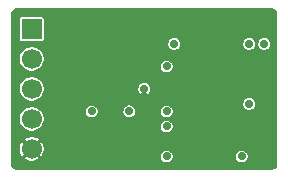
<source format=gbr>
<<<<<<< HEAD
G04 #@! TF.GenerationSoftware,KiCad,Pcbnew,9.0.2+dfsg-1*
G04 #@! TF.CreationDate,2025-05-28T16:18:43+08:00*
=======
G04 #@! TF.GenerationSoftware,KiCad,Pcbnew,9.0.1+dfsg-1*
G04 #@! TF.CreationDate,2025-05-27T21:30:08+08:00*
>>>>>>> 4efbb67b7dd982ccbd9a6c6e1e0fed627c39d980
G04 #@! TF.ProjectId,i2c_led,6932635f-6c65-4642-9e6b-696361645f70,a*
G04 #@! TF.SameCoordinates,Original*
G04 #@! TF.FileFunction,Copper,L3,Inr*
G04 #@! TF.FilePolarity,Positive*
%FSLAX46Y46*%
G04 Gerber Fmt 4.6, Leading zero omitted, Abs format (unit mm)*
<<<<<<< HEAD
G04 Created by KiCad (PCBNEW 9.0.2+dfsg-1) date 2025-05-28 16:18:43*
=======
G04 Created by KiCad (PCBNEW 9.0.1+dfsg-1) date 2025-05-27 21:30:08*
>>>>>>> 4efbb67b7dd982ccbd9a6c6e1e0fed627c39d980
%MOMM*%
%LPD*%
G01*
G04 APERTURE LIST*
G04 #@! TA.AperFunction,ComponentPad*
%ADD10R,1.700000X1.700000*%
G04 #@! TD*
G04 #@! TA.AperFunction,ComponentPad*
%ADD11C,1.700000*%
G04 #@! TD*
G04 #@! TA.AperFunction,ViaPad*
%ADD12C,0.700000*%
G04 #@! TD*
G04 APERTURE END LIST*
D10*
G04 #@! TO.N,VCC*
G04 #@! TO.C,J1*
X135890000Y-91440000D03*
D11*
G04 #@! TO.N,/SCL*
X135890000Y-93980000D03*
G04 #@! TO.N,/SDA*
X135890000Y-96520000D03*
G04 #@! TO.N,/RSTN*
X135890000Y-99060000D03*
G04 #@! TO.N,GND*
X135890000Y-101600000D03*
G04 #@! TD*
D12*
G04 #@! TO.N,GND*
X151130000Y-101600000D03*
X149225000Y-96520000D03*
<<<<<<< HEAD
X145415000Y-97155000D03*
X153670000Y-93980000D03*
X154305000Y-97790000D03*
X146050000Y-90805000D03*
=======
X145415000Y-97790000D03*
X151765000Y-90805000D03*
X139065000Y-102870000D03*
X153035000Y-95885000D03*
X155575000Y-98425000D03*
X146050000Y-100965000D03*
X146050000Y-90805000D03*
X139065000Y-98425000D03*
X139700000Y-93345000D03*
>>>>>>> 4efbb67b7dd982ccbd9a6c6e1e0fed627c39d980
X146050000Y-92075000D03*
X152400000Y-100330000D03*
X154305000Y-99695000D03*
X145415000Y-94615000D03*
G04 #@! TO.N,VCC*
X145415000Y-96520000D03*
X140970000Y-98425000D03*
X154305000Y-92710000D03*
X147955000Y-92710000D03*
X154305000Y-97790000D03*
X153670000Y-102235000D03*
X144145000Y-98425000D03*
X147320000Y-102235000D03*
G04 #@! TO.N,Net-(D3-BK)*
X147320000Y-99695000D03*
X155575000Y-92710000D03*
G04 #@! TO.N,AD0*
X147320000Y-94615000D03*
G04 #@! TO.N,AD1*
X147320000Y-98425000D03*
G04 #@! TD*
G04 #@! TA.AperFunction,Conductor*
G04 #@! TO.N,GND*
G36*
X156214884Y-89688543D02*
G01*
X156324964Y-89703035D01*
X156343920Y-89708114D01*
X156441907Y-89748702D01*
X156458902Y-89758514D01*
X156500973Y-89790796D01*
X156543041Y-89823077D01*
X156556922Y-89836958D01*
X156621483Y-89921094D01*
X156631299Y-89938095D01*
X156671884Y-90036076D01*
X156676965Y-90055038D01*
X156691457Y-90165114D01*
X156692100Y-90174930D01*
X156692100Y-102865069D01*
X156691457Y-102874884D01*
X156691457Y-102874885D01*
X156676965Y-102984961D01*
X156671884Y-103003923D01*
X156631299Y-103101904D01*
X156621483Y-103118905D01*
X156556922Y-103203041D01*
X156543041Y-103216922D01*
X156458905Y-103281483D01*
X156441904Y-103291299D01*
X156343923Y-103331884D01*
X156324961Y-103336965D01*
X156246437Y-103347302D01*
X156214883Y-103351457D01*
X156205069Y-103352100D01*
X134624931Y-103352100D01*
X134615116Y-103351457D01*
X134568046Y-103345260D01*
X134505038Y-103336965D01*
X134486076Y-103331884D01*
X134388095Y-103291299D01*
X134371094Y-103281483D01*
X134286958Y-103216922D01*
X134273077Y-103203041D01*
X134208516Y-103118905D01*
X134198702Y-103101907D01*
X134158114Y-103003920D01*
X134153035Y-102984964D01*
X134138543Y-102874884D01*
X134137900Y-102865069D01*
X134137900Y-101501270D01*
X134887600Y-101501270D01*
X134887600Y-101698729D01*
X134926121Y-101892385D01*
X134926122Y-101892388D01*
X135001684Y-102074812D01*
X135080982Y-102193491D01*
X135445086Y-101829386D01*
X135489901Y-101907007D01*
X135582993Y-102000099D01*
X135660611Y-102044912D01*
X135296507Y-102409016D01*
X135415187Y-102488315D01*
X135597611Y-102563877D01*
X135597614Y-102563878D01*
X135791270Y-102602400D01*
X135988730Y-102602400D01*
X136182385Y-102563878D01*
X136182388Y-102563877D01*
X136364816Y-102488313D01*
X136483490Y-102409017D01*
X136483491Y-102409016D01*
X136119387Y-102044912D01*
X136197007Y-102000099D01*
X136290099Y-101907007D01*
X136334912Y-101829387D01*
X136699016Y-102193491D01*
X136699017Y-102193490D01*
X136715520Y-102168792D01*
X146817100Y-102168792D01*
X146817100Y-102301208D01*
X146837662Y-102377950D01*
X146851371Y-102429114D01*
X146917578Y-102543786D01*
X146917582Y-102543792D01*
X147011207Y-102637417D01*
X147011210Y-102637419D01*
X147011212Y-102637421D01*
X147061775Y-102666613D01*
X147125885Y-102703628D01*
X147125887Y-102703628D01*
X147125888Y-102703629D01*
X147253792Y-102737900D01*
X147253794Y-102737900D01*
X147386206Y-102737900D01*
X147386208Y-102737900D01*
X147514112Y-102703629D01*
X147628788Y-102637421D01*
X147722421Y-102543788D01*
X147788629Y-102429112D01*
X147822900Y-102301208D01*
X147822900Y-102168792D01*
X153167100Y-102168792D01*
X153167100Y-102301208D01*
X153187662Y-102377950D01*
X153201371Y-102429114D01*
X153267578Y-102543786D01*
X153267582Y-102543792D01*
X153361207Y-102637417D01*
X153361210Y-102637419D01*
X153361212Y-102637421D01*
X153411775Y-102666613D01*
X153475885Y-102703628D01*
X153475887Y-102703628D01*
X153475888Y-102703629D01*
X153603792Y-102737900D01*
X153603794Y-102737900D01*
X153736206Y-102737900D01*
X153736208Y-102737900D01*
X153864112Y-102703629D01*
X153978788Y-102637421D01*
X154072421Y-102543788D01*
X154138629Y-102429112D01*
X154172900Y-102301208D01*
X154172900Y-102168792D01*
X154138629Y-102040888D01*
X154138628Y-102040887D01*
X154138628Y-102040885D01*
X154101613Y-101976775D01*
X154072421Y-101926212D01*
X154072419Y-101926210D01*
X154072417Y-101926207D01*
X153978792Y-101832582D01*
X153978786Y-101832578D01*
X153864114Y-101766371D01*
X153800160Y-101749235D01*
X153736208Y-101732100D01*
X153603792Y-101732100D01*
X153552630Y-101745808D01*
X153475885Y-101766371D01*
X153361213Y-101832578D01*
X153361207Y-101832582D01*
X153267582Y-101926207D01*
X153267578Y-101926213D01*
X153201371Y-102040885D01*
X153192281Y-102074812D01*
X153167100Y-102168792D01*
X147822900Y-102168792D01*
X147788629Y-102040888D01*
X147788628Y-102040887D01*
X147788628Y-102040885D01*
X147751613Y-101976775D01*
X147722421Y-101926212D01*
X147722419Y-101926210D01*
X147722417Y-101926207D01*
X147628792Y-101832582D01*
X147628786Y-101832578D01*
X147514114Y-101766371D01*
X147450160Y-101749235D01*
X147386208Y-101732100D01*
X147253792Y-101732100D01*
X147202630Y-101745808D01*
X147125885Y-101766371D01*
X147011213Y-101832578D01*
X147011207Y-101832582D01*
X146917582Y-101926207D01*
X146917578Y-101926213D01*
X146851371Y-102040885D01*
X146842281Y-102074812D01*
X146817100Y-102168792D01*
X136715520Y-102168792D01*
X136746730Y-102122084D01*
X136778313Y-102074816D01*
X136853877Y-101892388D01*
X136853878Y-101892385D01*
X136892400Y-101698729D01*
X136892400Y-101501270D01*
X136853878Y-101307614D01*
X136853877Y-101307611D01*
X136778315Y-101125187D01*
X136699016Y-101006507D01*
X136334912Y-101370611D01*
X136290099Y-101292993D01*
X136197007Y-101199901D01*
X136119387Y-101155087D01*
X136483491Y-100790982D01*
X136364812Y-100711684D01*
X136182388Y-100636122D01*
X136182385Y-100636121D01*
X135988730Y-100597600D01*
X135791270Y-100597600D01*
X135597614Y-100636121D01*
X135597611Y-100636122D01*
X135415184Y-100711685D01*
X135296507Y-100790981D01*
X135296507Y-100790982D01*
X135660612Y-101155087D01*
X135582993Y-101199901D01*
X135489901Y-101292993D01*
X135445087Y-101370612D01*
X135080982Y-101006507D01*
X135080981Y-101006507D01*
X135001685Y-101125184D01*
X134926122Y-101307611D01*
X134926121Y-101307614D01*
X134887600Y-101501270D01*
X134137900Y-101501270D01*
X134137900Y-98961222D01*
X134887100Y-98961222D01*
X134887100Y-99158777D01*
X134925641Y-99352537D01*
X134925642Y-99352538D01*
X135001241Y-99535051D01*
X135110996Y-99699312D01*
X135110997Y-99699313D01*
X135111000Y-99699317D01*
X135250682Y-99838999D01*
X135250685Y-99839001D01*
X135250688Y-99839004D01*
X135414949Y-99948759D01*
X135597461Y-100024357D01*
X135597462Y-100024358D01*
X135597463Y-100024358D01*
X135597465Y-100024359D01*
X135727218Y-100050168D01*
X135791222Y-100062900D01*
X135791223Y-100062900D01*
X135988778Y-100062900D01*
X136036889Y-100053329D01*
X136182535Y-100024359D01*
X136365051Y-99948759D01*
X136529312Y-99839004D01*
X136669004Y-99699312D01*
X136716124Y-99628792D01*
X146817100Y-99628792D01*
X146817100Y-99761208D01*
X146837662Y-99837950D01*
X146851371Y-99889114D01*
X146917578Y-100003786D01*
X146917582Y-100003792D01*
X147011207Y-100097417D01*
X147011210Y-100097419D01*
X147011212Y-100097421D01*
X147061775Y-100126613D01*
X147125885Y-100163628D01*
X147125887Y-100163628D01*
X147125888Y-100163629D01*
X147253792Y-100197900D01*
X147253794Y-100197900D01*
X147386206Y-100197900D01*
X147386208Y-100197900D01*
X147514112Y-100163629D01*
X147628788Y-100097421D01*
X147722421Y-100003788D01*
X147788629Y-99889112D01*
X147822900Y-99761208D01*
X147822900Y-99628792D01*
X147788629Y-99500888D01*
X147788628Y-99500887D01*
X147788628Y-99500885D01*
X147751613Y-99436775D01*
X147722421Y-99386212D01*
X147722419Y-99386210D01*
X147722417Y-99386207D01*
X147628792Y-99292582D01*
X147628786Y-99292578D01*
X147514114Y-99226371D01*
X147450160Y-99209235D01*
X147386208Y-99192100D01*
X147253792Y-99192100D01*
X147202630Y-99205808D01*
X147125885Y-99226371D01*
X147011213Y-99292578D01*
X147011207Y-99292582D01*
X146917582Y-99386207D01*
X146917578Y-99386213D01*
X146851371Y-99500885D01*
X146842217Y-99535051D01*
X146817100Y-99628792D01*
X136716124Y-99628792D01*
X136778759Y-99535051D01*
X136854359Y-99352535D01*
X136892900Y-99158777D01*
X136892900Y-98961223D01*
X136854359Y-98767465D01*
X136778759Y-98584949D01*
X136669004Y-98420688D01*
X136669001Y-98420685D01*
X136668999Y-98420682D01*
X136607109Y-98358792D01*
X140467100Y-98358792D01*
X140467100Y-98491208D01*
X140487662Y-98567950D01*
X140501371Y-98619114D01*
X140567578Y-98733786D01*
X140567582Y-98733792D01*
X140661207Y-98827417D01*
X140661210Y-98827419D01*
X140661212Y-98827421D01*
X140711775Y-98856613D01*
X140775885Y-98893628D01*
X140775887Y-98893628D01*
X140775888Y-98893629D01*
X140903792Y-98927900D01*
X140903794Y-98927900D01*
X141036206Y-98927900D01*
X141036208Y-98927900D01*
X141164112Y-98893629D01*
X141278788Y-98827421D01*
X141372421Y-98733788D01*
X141438629Y-98619112D01*
X141472900Y-98491208D01*
X141472900Y-98358792D01*
X143642100Y-98358792D01*
X143642100Y-98491208D01*
X143662662Y-98567950D01*
X143676371Y-98619114D01*
X143742578Y-98733786D01*
X143742582Y-98733792D01*
X143836207Y-98827417D01*
X143836210Y-98827419D01*
X143836212Y-98827421D01*
X143886775Y-98856613D01*
X143950885Y-98893628D01*
X143950887Y-98893628D01*
X143950888Y-98893629D01*
X144078792Y-98927900D01*
X144078794Y-98927900D01*
X144211206Y-98927900D01*
X144211208Y-98927900D01*
X144339112Y-98893629D01*
X144453788Y-98827421D01*
X144547421Y-98733788D01*
X144613629Y-98619112D01*
X144647900Y-98491208D01*
X144647900Y-98358792D01*
X146817100Y-98358792D01*
X146817100Y-98491208D01*
X146837662Y-98567950D01*
X146851371Y-98619114D01*
X146917578Y-98733786D01*
X146917582Y-98733792D01*
X147011207Y-98827417D01*
X147011210Y-98827419D01*
X147011212Y-98827421D01*
X147061775Y-98856613D01*
X147125885Y-98893628D01*
X147125887Y-98893628D01*
X147125888Y-98893629D01*
X147253792Y-98927900D01*
X147253794Y-98927900D01*
X147386206Y-98927900D01*
X147386208Y-98927900D01*
X147514112Y-98893629D01*
X147628788Y-98827421D01*
X147722421Y-98733788D01*
X147788629Y-98619112D01*
X147822900Y-98491208D01*
X147822900Y-98358792D01*
X147788629Y-98230888D01*
X147788628Y-98230887D01*
X147788628Y-98230885D01*
X147751613Y-98166775D01*
X147722421Y-98116212D01*
X147722419Y-98116210D01*
X147722417Y-98116207D01*
X147628792Y-98022582D01*
X147628786Y-98022578D01*
X147514114Y-97956371D01*
X147450160Y-97939235D01*
X147386208Y-97922100D01*
X147253792Y-97922100D01*
X147202630Y-97935808D01*
X147125885Y-97956371D01*
X147011213Y-98022578D01*
X147011207Y-98022582D01*
X146917582Y-98116207D01*
X146917578Y-98116213D01*
X146851371Y-98230885D01*
X146837945Y-98280996D01*
X146817100Y-98358792D01*
X144647900Y-98358792D01*
X144613629Y-98230888D01*
X144613628Y-98230887D01*
X144613628Y-98230885D01*
X144576613Y-98166775D01*
X144547421Y-98116212D01*
X144547419Y-98116210D01*
X144547417Y-98116207D01*
X144453792Y-98022582D01*
X144453786Y-98022578D01*
X144339114Y-97956371D01*
X144275160Y-97939235D01*
X144211208Y-97922100D01*
X144078792Y-97922100D01*
X144027630Y-97935808D01*
X143950885Y-97956371D01*
X143836213Y-98022578D01*
X143836207Y-98022582D01*
X143742582Y-98116207D01*
X143742578Y-98116213D01*
X143676371Y-98230885D01*
X143662945Y-98280996D01*
X143642100Y-98358792D01*
X141472900Y-98358792D01*
X141438629Y-98230888D01*
X141438628Y-98230887D01*
X141438628Y-98230885D01*
X141401613Y-98166775D01*
X141372421Y-98116212D01*
X141372419Y-98116210D01*
X141372417Y-98116207D01*
X141278792Y-98022582D01*
X141278786Y-98022578D01*
X141164114Y-97956371D01*
X141100160Y-97939235D01*
X141036208Y-97922100D01*
X140903792Y-97922100D01*
X140852630Y-97935808D01*
X140775885Y-97956371D01*
X140661213Y-98022578D01*
X140661207Y-98022582D01*
X140567582Y-98116207D01*
X140567578Y-98116213D01*
X140501371Y-98230885D01*
X140487945Y-98280996D01*
X140467100Y-98358792D01*
X136607109Y-98358792D01*
X136529317Y-98281000D01*
X136529313Y-98280997D01*
X136529312Y-98280996D01*
X136365051Y-98171241D01*
X136232201Y-98116213D01*
X136182538Y-98095642D01*
X136182537Y-98095641D01*
X135988778Y-98057100D01*
X135988777Y-98057100D01*
X135791223Y-98057100D01*
X135791222Y-98057100D01*
X135597462Y-98095641D01*
X135597461Y-98095642D01*
X135414950Y-98171240D01*
X135250682Y-98281000D01*
X135111000Y-98420682D01*
X135001240Y-98584950D01*
X134925642Y-98767461D01*
X134925641Y-98767462D01*
X134887100Y-98961222D01*
X134137900Y-98961222D01*
X134137900Y-97723792D01*
X153802100Y-97723792D01*
X153802100Y-97856208D01*
X153819755Y-97922100D01*
X153836371Y-97984114D01*
X153902578Y-98098786D01*
X153902582Y-98098792D01*
X153996207Y-98192417D01*
X153996210Y-98192419D01*
X153996212Y-98192421D01*
X154046775Y-98221613D01*
X154110885Y-98258628D01*
X154110887Y-98258628D01*
X154110888Y-98258629D01*
X154238792Y-98292900D01*
X154238794Y-98292900D01*
X154371206Y-98292900D01*
X154371208Y-98292900D01*
X154499112Y-98258629D01*
X154613788Y-98192421D01*
X154707421Y-98098788D01*
X154773629Y-97984112D01*
X154807900Y-97856208D01*
X154807900Y-97723792D01*
X154773629Y-97595888D01*
X154773628Y-97595887D01*
X154773628Y-97595885D01*
X154731489Y-97522900D01*
X154707421Y-97481212D01*
X154707419Y-97481210D01*
X154707417Y-97481207D01*
X154613792Y-97387582D01*
X154613786Y-97387578D01*
X154499114Y-97321371D01*
X154415635Y-97299004D01*
X154371208Y-97287100D01*
X154238792Y-97287100D01*
X154194365Y-97299004D01*
X154110885Y-97321371D01*
X153996213Y-97387578D01*
X153996207Y-97387582D01*
X153902582Y-97481207D01*
X153902578Y-97481213D01*
X153836371Y-97595885D01*
X153815808Y-97672630D01*
X153802100Y-97723792D01*
X134137900Y-97723792D01*
X134137900Y-96421222D01*
X134887100Y-96421222D01*
X134887100Y-96618777D01*
X134925641Y-96812537D01*
X134925642Y-96812538D01*
X134998581Y-96988629D01*
X135001241Y-96995051D01*
X135110996Y-97159312D01*
X135110997Y-97159313D01*
X135111000Y-97159317D01*
X135250682Y-97298999D01*
X135250685Y-97299001D01*
X135250688Y-97299004D01*
X135414949Y-97408759D01*
X135597461Y-97484357D01*
X135597462Y-97484358D01*
X135597463Y-97484358D01*
X135597465Y-97484359D01*
X135727218Y-97510168D01*
X135791222Y-97522900D01*
X135791223Y-97522900D01*
X135988778Y-97522900D01*
X136036889Y-97513329D01*
X136182535Y-97484359D01*
X136365051Y-97408759D01*
X136529312Y-97299004D01*
X136669004Y-97159312D01*
X136778759Y-96995051D01*
X136854359Y-96812535D01*
X136892900Y-96618777D01*
X136892900Y-96453792D01*
X144912100Y-96453792D01*
X144912100Y-96586208D01*
X144920827Y-96618777D01*
X144946371Y-96714114D01*
X145012578Y-96828786D01*
X145012582Y-96828792D01*
X145106207Y-96922417D01*
X145106210Y-96922419D01*
X145106212Y-96922421D01*
X145156775Y-96951613D01*
X145220885Y-96988628D01*
X145220887Y-96988628D01*
X145220888Y-96988629D01*
X145348792Y-97022900D01*
X145348794Y-97022900D01*
X145481206Y-97022900D01*
X145481208Y-97022900D01*
X145609112Y-96988629D01*
X145723788Y-96922421D01*
X145817421Y-96828788D01*
X145883629Y-96714112D01*
X145917900Y-96586208D01*
X145917900Y-96453792D01*
X145883629Y-96325888D01*
X145883628Y-96325887D01*
X145883628Y-96325885D01*
X145846613Y-96261775D01*
X145817421Y-96211212D01*
X145817419Y-96211210D01*
X145817417Y-96211207D01*
X145723792Y-96117582D01*
X145723786Y-96117578D01*
X145609114Y-96051371D01*
X145545160Y-96034235D01*
X145481208Y-96017100D01*
X145348792Y-96017100D01*
X145297630Y-96030808D01*
X145220885Y-96051371D01*
X145106213Y-96117578D01*
X145106207Y-96117582D01*
X145012582Y-96211207D01*
X145012578Y-96211213D01*
X144946371Y-96325885D01*
X144925808Y-96402630D01*
X144912100Y-96453792D01*
X136892900Y-96453792D01*
X136892900Y-96421223D01*
X136854359Y-96227465D01*
X136778759Y-96044949D01*
X136669004Y-95880688D01*
X136669001Y-95880685D01*
X136668999Y-95880682D01*
X136529317Y-95741000D01*
X136529313Y-95740997D01*
X136529312Y-95740996D01*
X136365051Y-95631241D01*
X136365049Y-95631240D01*
X136182538Y-95555642D01*
X136182537Y-95555641D01*
X135988778Y-95517100D01*
X135988777Y-95517100D01*
X135791223Y-95517100D01*
X135791222Y-95517100D01*
X135597462Y-95555641D01*
X135597461Y-95555642D01*
X135414950Y-95631240D01*
X135250682Y-95741000D01*
X135111000Y-95880682D01*
X135001240Y-96044950D01*
X134925642Y-96227461D01*
X134925641Y-96227462D01*
X134887100Y-96421222D01*
X134137900Y-96421222D01*
X134137900Y-93881222D01*
X134887100Y-93881222D01*
X134887100Y-94078777D01*
X134925641Y-94272537D01*
X134925642Y-94272538D01*
X135001241Y-94455051D01*
X135110996Y-94619312D01*
X135110997Y-94619313D01*
X135111000Y-94619317D01*
X135250682Y-94758999D01*
X135250685Y-94759001D01*
X135250688Y-94759004D01*
X135414949Y-94868759D01*
X135597461Y-94944357D01*
X135597462Y-94944358D01*
X135597463Y-94944358D01*
X135597465Y-94944359D01*
X135727218Y-94970168D01*
X135791222Y-94982900D01*
X135791223Y-94982900D01*
X135988778Y-94982900D01*
X136036889Y-94973329D01*
X136182535Y-94944359D01*
X136365051Y-94868759D01*
X136529312Y-94759004D01*
X136669004Y-94619312D01*
X136716124Y-94548792D01*
X146817100Y-94548792D01*
X146817100Y-94681208D01*
X146837662Y-94757950D01*
X146851371Y-94809114D01*
X146917578Y-94923786D01*
X146917582Y-94923792D01*
X147011207Y-95017417D01*
X147011210Y-95017419D01*
X147011212Y-95017421D01*
X147061775Y-95046613D01*
X147125885Y-95083628D01*
X147125887Y-95083628D01*
X147125888Y-95083629D01*
X147253792Y-95117900D01*
X147253794Y-95117900D01*
X147386206Y-95117900D01*
X147386208Y-95117900D01*
X147514112Y-95083629D01*
X147628788Y-95017421D01*
X147722421Y-94923788D01*
X147788629Y-94809112D01*
X147822900Y-94681208D01*
X147822900Y-94548792D01*
X147788629Y-94420888D01*
X147788628Y-94420887D01*
X147788628Y-94420885D01*
X147751613Y-94356775D01*
X147722421Y-94306212D01*
X147722419Y-94306210D01*
X147722417Y-94306207D01*
X147628792Y-94212582D01*
X147628786Y-94212578D01*
X147514114Y-94146371D01*
X147450160Y-94129235D01*
X147386208Y-94112100D01*
X147253792Y-94112100D01*
X147202630Y-94125808D01*
X147125885Y-94146371D01*
X147011213Y-94212578D01*
X147011207Y-94212582D01*
X146917582Y-94306207D01*
X146917578Y-94306213D01*
X146851371Y-94420885D01*
X146842217Y-94455051D01*
X146817100Y-94548792D01*
X136716124Y-94548792D01*
X136778759Y-94455051D01*
X136854359Y-94272535D01*
X136892900Y-94078777D01*
X136892900Y-93881223D01*
X136854359Y-93687465D01*
X136778759Y-93504949D01*
X136669004Y-93340688D01*
X136669001Y-93340685D01*
X136668999Y-93340682D01*
X136529317Y-93201000D01*
X136529313Y-93200997D01*
X136529312Y-93200996D01*
X136365051Y-93091241D01*
X136365049Y-93091240D01*
X136182538Y-93015642D01*
X136182537Y-93015641D01*
X135988778Y-92977100D01*
X135988777Y-92977100D01*
X135791223Y-92977100D01*
X135791222Y-92977100D01*
X135597462Y-93015641D01*
X135597461Y-93015642D01*
X135414950Y-93091240D01*
X135250682Y-93201000D01*
X135111000Y-93340682D01*
X135001240Y-93504950D01*
X134925642Y-93687461D01*
X134925641Y-93687462D01*
X134887100Y-93881222D01*
X134137900Y-93881222D01*
X134137900Y-92643792D01*
X147452100Y-92643792D01*
X147452100Y-92776208D01*
X147472662Y-92852950D01*
X147486371Y-92904114D01*
X147552578Y-93018786D01*
X147552582Y-93018792D01*
X147646207Y-93112417D01*
X147646210Y-93112419D01*
X147646212Y-93112421D01*
X147696775Y-93141613D01*
X147760885Y-93178628D01*
X147760887Y-93178628D01*
X147760888Y-93178629D01*
X147888792Y-93212900D01*
X147888794Y-93212900D01*
X148021206Y-93212900D01*
X148021208Y-93212900D01*
X148149112Y-93178629D01*
X148263788Y-93112421D01*
X148357421Y-93018788D01*
X148423629Y-92904112D01*
X148457900Y-92776208D01*
X148457900Y-92643792D01*
X153802100Y-92643792D01*
X153802100Y-92776208D01*
X153822662Y-92852950D01*
X153836371Y-92904114D01*
X153902578Y-93018786D01*
X153902582Y-93018792D01*
X153996207Y-93112417D01*
X153996210Y-93112419D01*
X153996212Y-93112421D01*
X154046775Y-93141613D01*
X154110885Y-93178628D01*
X154110887Y-93178628D01*
X154110888Y-93178629D01*
X154238792Y-93212900D01*
X154238794Y-93212900D01*
X154371206Y-93212900D01*
X154371208Y-93212900D01*
X154499112Y-93178629D01*
X154613788Y-93112421D01*
X154707421Y-93018788D01*
X154773629Y-92904112D01*
X154807900Y-92776208D01*
X154807900Y-92643792D01*
X155072100Y-92643792D01*
X155072100Y-92776208D01*
X155092662Y-92852950D01*
X155106371Y-92904114D01*
X155172578Y-93018786D01*
X155172582Y-93018792D01*
X155266207Y-93112417D01*
X155266210Y-93112419D01*
X155266212Y-93112421D01*
X155316775Y-93141613D01*
X155380885Y-93178628D01*
X155380887Y-93178628D01*
X155380888Y-93178629D01*
X155508792Y-93212900D01*
X155508794Y-93212900D01*
X155641206Y-93212900D01*
X155641208Y-93212900D01*
X155769112Y-93178629D01*
X155883788Y-93112421D01*
X155977421Y-93018788D01*
X156043629Y-92904112D01*
X156077900Y-92776208D01*
X156077900Y-92643792D01*
X156043629Y-92515888D01*
X156043628Y-92515887D01*
X156043628Y-92515885D01*
X155996367Y-92434028D01*
X155977421Y-92401212D01*
X155977419Y-92401210D01*
X155977417Y-92401207D01*
X155883792Y-92307582D01*
X155883786Y-92307578D01*
X155769114Y-92241371D01*
X155705160Y-92224235D01*
X155641208Y-92207100D01*
X155508792Y-92207100D01*
X155457630Y-92220808D01*
X155380885Y-92241371D01*
X155266213Y-92307578D01*
X155266207Y-92307582D01*
X155172582Y-92401207D01*
X155172578Y-92401213D01*
X155106371Y-92515885D01*
X155085808Y-92592630D01*
X155072100Y-92643792D01*
X154807900Y-92643792D01*
X154773629Y-92515888D01*
X154773628Y-92515887D01*
X154773628Y-92515885D01*
X154726367Y-92434028D01*
X154707421Y-92401212D01*
X154707419Y-92401210D01*
X154707417Y-92401207D01*
X154613792Y-92307582D01*
X154613786Y-92307578D01*
X154499114Y-92241371D01*
X154435160Y-92224235D01*
X154371208Y-92207100D01*
X154238792Y-92207100D01*
X154187630Y-92220808D01*
X154110885Y-92241371D01*
X153996213Y-92307578D01*
X153996207Y-92307582D01*
X153902582Y-92401207D01*
X153902578Y-92401213D01*
X153836371Y-92515885D01*
X153815808Y-92592630D01*
X153802100Y-92643792D01*
X148457900Y-92643792D01*
X148423629Y-92515888D01*
X148423628Y-92515887D01*
X148423628Y-92515885D01*
X148376367Y-92434028D01*
X148357421Y-92401212D01*
X148357419Y-92401210D01*
X148357417Y-92401207D01*
X148263792Y-92307582D01*
X148263786Y-92307578D01*
X148149114Y-92241371D01*
X148085160Y-92224235D01*
X148021208Y-92207100D01*
X147888792Y-92207100D01*
X147837630Y-92220808D01*
X147760885Y-92241371D01*
X147646213Y-92307578D01*
X147646207Y-92307582D01*
X147552582Y-92401207D01*
X147552578Y-92401213D01*
X147486371Y-92515885D01*
X147465808Y-92592630D01*
X147452100Y-92643792D01*
X134137900Y-92643792D01*
X134137900Y-90574942D01*
X134887100Y-90574942D01*
X134887100Y-92305055D01*
X134887101Y-92305057D01*
X134895972Y-92349659D01*
X134929764Y-92400232D01*
X134929765Y-92400232D01*
X134929766Y-92400234D01*
X134980342Y-92434028D01*
X135024943Y-92442900D01*
X136755056Y-92442899D01*
X136799658Y-92434028D01*
X136850234Y-92400234D01*
X136884028Y-92349658D01*
X136892900Y-92305057D01*
X136892899Y-90574944D01*
X136884028Y-90530342D01*
X136850234Y-90479766D01*
X136799658Y-90445972D01*
X136799656Y-90445971D01*
X136755057Y-90437100D01*
X135024944Y-90437100D01*
X135024942Y-90437101D01*
X134980340Y-90445972D01*
X134929767Y-90479764D01*
X134895972Y-90530342D01*
X134895971Y-90530343D01*
X134887100Y-90574942D01*
X134137900Y-90574942D01*
X134137900Y-90174930D01*
X134138543Y-90165115D01*
X134148116Y-90092399D01*
X134153035Y-90055033D01*
X134158113Y-90036081D01*
X134198703Y-89938088D01*
X134208512Y-89921100D01*
X134273078Y-89836956D01*
X134286958Y-89823077D01*
X134371100Y-89758512D01*
X134388088Y-89748703D01*
X134486081Y-89708113D01*
X134505033Y-89703035D01*
X134615116Y-89688543D01*
X134624931Y-89687900D01*
X134654898Y-89687900D01*
X156175102Y-89687900D01*
X156205069Y-89687900D01*
X156214884Y-89688543D01*
G37*
G04 #@! TD.AperFunction*
G04 #@! TD*
M02*

</source>
